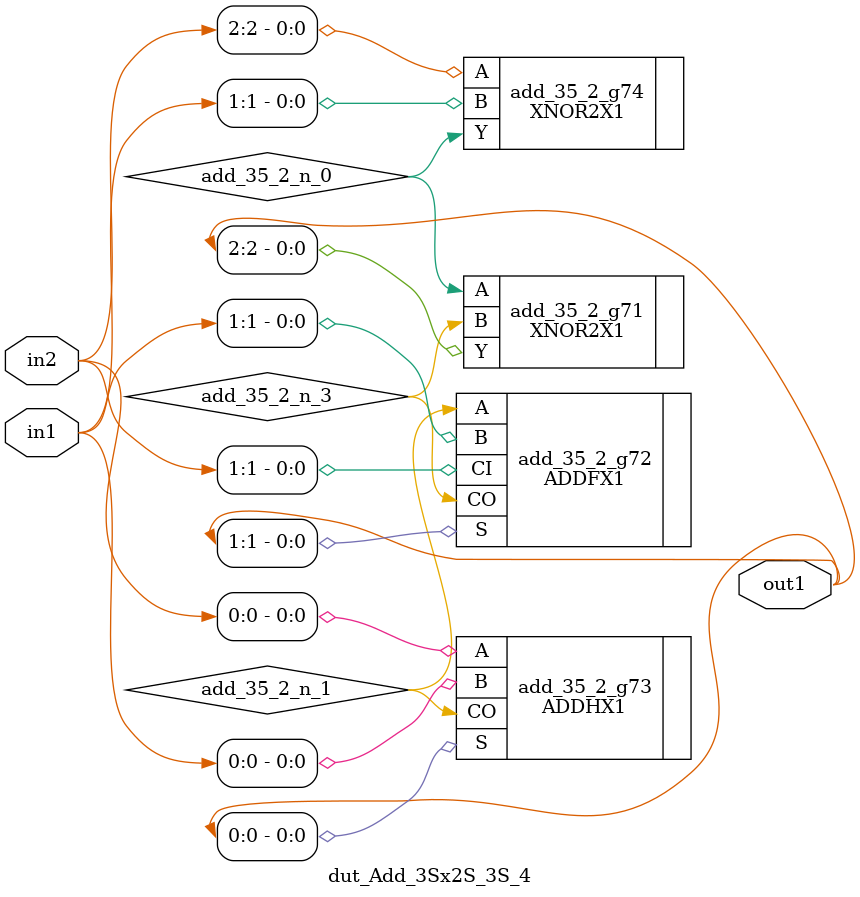
<source format=v>
`timescale 1ps / 1ps


module dut_Add_3Sx2S_3S_4(in2, in1, out1);
  input [2:0] in2;
  input [1:0] in1;
  output [2:0] out1;
  wire [2:0] in2;
  wire [1:0] in1;
  wire [2:0] out1;
  wire add_35_2_n_0, add_35_2_n_1, add_35_2_n_3;
  XNOR2X1 add_35_2_g71(.A (add_35_2_n_0), .B (add_35_2_n_3), .Y
       (out1[2]));
  ADDFX1 add_35_2_g72(.A (add_35_2_n_1), .B (in1[1]), .CI (in2[1]), .CO
       (add_35_2_n_3), .S (out1[1]));
  ADDHX1 add_35_2_g73(.A (in2[0]), .B (in1[0]), .CO (add_35_2_n_1), .S
       (out1[0]));
  XNOR2X1 add_35_2_g74(.A (in2[2]), .B (in1[1]), .Y (add_35_2_n_0));
endmodule


</source>
